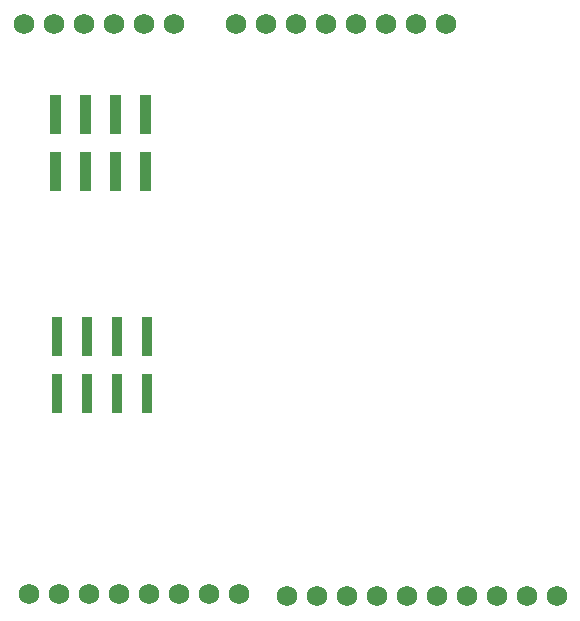
<source format=gbs>
G04 Layer: BottomSolderMaskLayer*
G04 EasyEDA v6.5.5, 2022-05-22 00:28:19*
G04 37d94133e9fb4008a465715c89777dd1,10*
G04 Gerber Generator version 0.2*
G04 Scale: 100 percent, Rotated: No, Reflected: No *
G04 Dimensions in millimeters *
G04 leading zeros omitted , absolute positions ,4 integer and 5 decimal *
%FSLAX45Y45*%
%MOMM*%

%ADD16C,1.7272*%

%LPD*%
G36*
X2169668Y4928870D02*
G01*
X2169792Y4928918D01*
X2168268Y4929172D01*
X2166744Y4929934D01*
X2165728Y4930950D01*
X2164966Y4932474D01*
X2164712Y4933998D01*
X2164588Y4933950D01*
X2164588Y5253989D01*
X2164712Y5253997D01*
X2164966Y5255521D01*
X2165728Y5257045D01*
X2166744Y5258061D01*
X2168268Y5258823D01*
X2169792Y5259070D01*
X2249677Y5259070D01*
X2249792Y5259077D01*
X2251316Y5258823D01*
X2252840Y5258061D01*
X2253856Y5257045D01*
X2254618Y5255521D01*
X2254872Y5253997D01*
X2254758Y5253989D01*
X2254758Y4933950D01*
X2254872Y4933998D01*
X2254618Y4932474D01*
X2253856Y4930950D01*
X2252840Y4929934D01*
X2251316Y4929172D01*
X2249792Y4928918D01*
X2249677Y4928870D01*
G37*
G36*
X2249792Y5408914D02*
G01*
X2249677Y5408929D01*
X2169792Y5408929D01*
X2168268Y5409168D01*
X2166744Y5409930D01*
X2165728Y5410946D01*
X2164966Y5412470D01*
X2164712Y5413994D01*
X2164588Y5414010D01*
X2164588Y5734050D01*
X2164712Y5733994D01*
X2164966Y5735518D01*
X2165728Y5737042D01*
X2166744Y5738058D01*
X2168268Y5738820D01*
X2169792Y5739074D01*
X2169668Y5739129D01*
X2249677Y5739129D01*
X2249792Y5739074D01*
X2251316Y5738820D01*
X2252840Y5738058D01*
X2253856Y5737042D01*
X2254618Y5735518D01*
X2254872Y5733994D01*
X2254758Y5734050D01*
X2254758Y5414010D01*
X2254872Y5413994D01*
X2254618Y5412470D01*
X2253856Y5410946D01*
X2252840Y5409930D01*
X2251316Y5409168D01*
G37*
G36*
X1915668Y4928870D02*
G01*
X1915792Y4928918D01*
X1914268Y4929172D01*
X1912744Y4929934D01*
X1911728Y4930950D01*
X1910966Y4932474D01*
X1910712Y4933998D01*
X1910587Y4933950D01*
X1910587Y5253989D01*
X1910712Y5253997D01*
X1910966Y5255521D01*
X1911728Y5257045D01*
X1912744Y5258061D01*
X1914268Y5258823D01*
X1915792Y5259070D01*
X1995677Y5259070D01*
X1995792Y5259077D01*
X1997316Y5258823D01*
X1998840Y5258061D01*
X1999856Y5257045D01*
X2000618Y5255521D01*
X2000872Y5253997D01*
X2000758Y5253989D01*
X2000758Y4933950D01*
X2000872Y4933998D01*
X2000618Y4932474D01*
X1999856Y4930950D01*
X1998840Y4929934D01*
X1997316Y4929172D01*
X1995792Y4928918D01*
X1995677Y4928870D01*
G37*
G36*
X1995792Y5408914D02*
G01*
X1995677Y5408929D01*
X1915792Y5408929D01*
X1914268Y5409168D01*
X1912744Y5409930D01*
X1911728Y5410946D01*
X1910966Y5412470D01*
X1910712Y5413994D01*
X1910587Y5414010D01*
X1910587Y5734050D01*
X1910712Y5733994D01*
X1910966Y5735518D01*
X1911728Y5737042D01*
X1912744Y5738058D01*
X1914268Y5738820D01*
X1915792Y5739074D01*
X1915668Y5739129D01*
X1995677Y5739129D01*
X1995792Y5739074D01*
X1997316Y5738820D01*
X1998840Y5738058D01*
X1999856Y5737042D01*
X2000618Y5735518D01*
X2000872Y5733994D01*
X2000758Y5734050D01*
X2000758Y5414010D01*
X2000872Y5413994D01*
X2000618Y5412470D01*
X1999856Y5410946D01*
X1998840Y5409930D01*
X1997316Y5409168D01*
G37*
G36*
X1661668Y4928870D02*
G01*
X1661792Y4928918D01*
X1660268Y4929172D01*
X1658744Y4929934D01*
X1657728Y4930950D01*
X1656966Y4932474D01*
X1656712Y4933998D01*
X1656587Y4933950D01*
X1656587Y5253989D01*
X1656712Y5253997D01*
X1656966Y5255521D01*
X1657728Y5257045D01*
X1658744Y5258061D01*
X1660268Y5258823D01*
X1661792Y5259070D01*
X1741678Y5259070D01*
X1741792Y5259077D01*
X1743316Y5258823D01*
X1744840Y5258061D01*
X1745856Y5257045D01*
X1746618Y5255521D01*
X1746872Y5253997D01*
X1746757Y5253989D01*
X1746757Y4933950D01*
X1746872Y4933998D01*
X1746618Y4932474D01*
X1745856Y4930950D01*
X1744840Y4929934D01*
X1743316Y4929172D01*
X1741792Y4928918D01*
X1741678Y4928870D01*
G37*
G36*
X1741792Y5408914D02*
G01*
X1741678Y5408929D01*
X1661792Y5408929D01*
X1660268Y5409168D01*
X1658744Y5409930D01*
X1657728Y5410946D01*
X1656966Y5412470D01*
X1656712Y5413994D01*
X1656587Y5414010D01*
X1656587Y5734050D01*
X1656712Y5733994D01*
X1656966Y5735518D01*
X1657728Y5737042D01*
X1658744Y5738058D01*
X1660268Y5738820D01*
X1661792Y5739074D01*
X1661668Y5739129D01*
X1741678Y5739129D01*
X1741792Y5739074D01*
X1743316Y5738820D01*
X1744840Y5738058D01*
X1745856Y5737042D01*
X1746618Y5735518D01*
X1746872Y5733994D01*
X1746757Y5734050D01*
X1746757Y5414010D01*
X1746872Y5413994D01*
X1746618Y5412470D01*
X1745856Y5410946D01*
X1744840Y5409930D01*
X1743316Y5409168D01*
G37*
G36*
X1407668Y4928870D02*
G01*
X1407792Y4928918D01*
X1406268Y4929172D01*
X1404744Y4929934D01*
X1403728Y4930950D01*
X1402966Y4932474D01*
X1402712Y4933998D01*
X1402587Y4933950D01*
X1402587Y5253989D01*
X1402712Y5253997D01*
X1402966Y5255521D01*
X1403728Y5257045D01*
X1404744Y5258061D01*
X1406268Y5258823D01*
X1407792Y5259070D01*
X1487678Y5259070D01*
X1487792Y5259077D01*
X1489316Y5258823D01*
X1490840Y5258061D01*
X1491856Y5257045D01*
X1492618Y5255521D01*
X1492872Y5253997D01*
X1492757Y5253989D01*
X1492757Y4933950D01*
X1492872Y4933998D01*
X1492618Y4932474D01*
X1491856Y4930950D01*
X1490840Y4929934D01*
X1489316Y4929172D01*
X1487792Y4928918D01*
X1487678Y4928870D01*
G37*
G36*
X1487792Y5408914D02*
G01*
X1487678Y5408929D01*
X1407792Y5408929D01*
X1406268Y5409168D01*
X1404744Y5409930D01*
X1403728Y5410946D01*
X1402966Y5412470D01*
X1402712Y5413994D01*
X1402587Y5414010D01*
X1402587Y5734050D01*
X1402712Y5733994D01*
X1402966Y5735518D01*
X1403728Y5737042D01*
X1404744Y5738058D01*
X1406268Y5738820D01*
X1407792Y5739074D01*
X1407668Y5739129D01*
X1487678Y5739129D01*
X1487792Y5739074D01*
X1489316Y5738820D01*
X1490840Y5738058D01*
X1491856Y5737042D01*
X1492618Y5735518D01*
X1492872Y5733994D01*
X1492757Y5734050D01*
X1492757Y5414010D01*
X1492872Y5413994D01*
X1492618Y5412470D01*
X1491856Y5410946D01*
X1490840Y5409930D01*
X1489316Y5409168D01*
G37*
G36*
X2182368Y3049270D02*
G01*
X2182492Y3049318D01*
X2180968Y3049572D01*
X2179444Y3050334D01*
X2178428Y3051350D01*
X2177666Y3052874D01*
X2177412Y3054398D01*
X2177288Y3054350D01*
X2177288Y3374389D01*
X2177412Y3374397D01*
X2177666Y3375921D01*
X2178428Y3377445D01*
X2179444Y3378461D01*
X2180968Y3379223D01*
X2182492Y3379470D01*
X2262377Y3379470D01*
X2262492Y3379477D01*
X2264016Y3379223D01*
X2265540Y3378461D01*
X2266556Y3377445D01*
X2267318Y3375921D01*
X2267572Y3374397D01*
X2267458Y3374389D01*
X2267458Y3054350D01*
X2267572Y3054398D01*
X2267318Y3052874D01*
X2266556Y3051350D01*
X2265540Y3050334D01*
X2264016Y3049572D01*
X2262492Y3049318D01*
X2262377Y3049270D01*
G37*
G36*
X2262492Y3529314D02*
G01*
X2262377Y3529329D01*
X2182492Y3529329D01*
X2180968Y3529568D01*
X2179444Y3530330D01*
X2178428Y3531346D01*
X2177666Y3532870D01*
X2177412Y3534394D01*
X2177288Y3534410D01*
X2177288Y3854450D01*
X2177412Y3854394D01*
X2177666Y3855918D01*
X2178428Y3857442D01*
X2179444Y3858458D01*
X2180968Y3859220D01*
X2182492Y3859474D01*
X2182368Y3859529D01*
X2262377Y3859529D01*
X2262492Y3859474D01*
X2264016Y3859220D01*
X2265540Y3858458D01*
X2266556Y3857442D01*
X2267318Y3855918D01*
X2267572Y3854394D01*
X2267458Y3854450D01*
X2267458Y3534410D01*
X2267572Y3534394D01*
X2267318Y3532870D01*
X2266556Y3531346D01*
X2265540Y3530330D01*
X2264016Y3529568D01*
G37*
G36*
X1928368Y3049270D02*
G01*
X1928492Y3049318D01*
X1926968Y3049572D01*
X1925444Y3050334D01*
X1924428Y3051350D01*
X1923666Y3052874D01*
X1923412Y3054398D01*
X1923287Y3054350D01*
X1923287Y3374389D01*
X1923412Y3374397D01*
X1923666Y3375921D01*
X1924428Y3377445D01*
X1925444Y3378461D01*
X1926968Y3379223D01*
X1928492Y3379470D01*
X2008377Y3379470D01*
X2008492Y3379477D01*
X2010016Y3379223D01*
X2011540Y3378461D01*
X2012556Y3377445D01*
X2013318Y3375921D01*
X2013572Y3374397D01*
X2013458Y3374389D01*
X2013458Y3054350D01*
X2013572Y3054398D01*
X2013318Y3052874D01*
X2012556Y3051350D01*
X2011540Y3050334D01*
X2010016Y3049572D01*
X2008492Y3049318D01*
X2008377Y3049270D01*
G37*
G36*
X2008492Y3529314D02*
G01*
X2008377Y3529329D01*
X1928492Y3529329D01*
X1926968Y3529568D01*
X1925444Y3530330D01*
X1924428Y3531346D01*
X1923666Y3532870D01*
X1923412Y3534394D01*
X1923287Y3534410D01*
X1923287Y3854450D01*
X1923412Y3854394D01*
X1923666Y3855918D01*
X1924428Y3857442D01*
X1925444Y3858458D01*
X1926968Y3859220D01*
X1928492Y3859474D01*
X1928368Y3859529D01*
X2008377Y3859529D01*
X2008492Y3859474D01*
X2010016Y3859220D01*
X2011540Y3858458D01*
X2012556Y3857442D01*
X2013318Y3855918D01*
X2013572Y3854394D01*
X2013458Y3854450D01*
X2013458Y3534410D01*
X2013572Y3534394D01*
X2013318Y3532870D01*
X2012556Y3531346D01*
X2011540Y3530330D01*
X2010016Y3529568D01*
G37*
G36*
X1674368Y3049270D02*
G01*
X1674492Y3049318D01*
X1672968Y3049572D01*
X1671444Y3050334D01*
X1670428Y3051350D01*
X1669666Y3052874D01*
X1669412Y3054398D01*
X1669287Y3054350D01*
X1669287Y3374389D01*
X1669412Y3374397D01*
X1669666Y3375921D01*
X1670428Y3377445D01*
X1671444Y3378461D01*
X1672968Y3379223D01*
X1674492Y3379470D01*
X1754378Y3379470D01*
X1754492Y3379477D01*
X1756016Y3379223D01*
X1757540Y3378461D01*
X1758556Y3377445D01*
X1759318Y3375921D01*
X1759572Y3374397D01*
X1759457Y3374389D01*
X1759457Y3054350D01*
X1759572Y3054398D01*
X1759318Y3052874D01*
X1758556Y3051350D01*
X1757540Y3050334D01*
X1756016Y3049572D01*
X1754492Y3049318D01*
X1754378Y3049270D01*
G37*
G36*
X1754492Y3529314D02*
G01*
X1754378Y3529329D01*
X1674492Y3529329D01*
X1672968Y3529568D01*
X1671444Y3530330D01*
X1670428Y3531346D01*
X1669666Y3532870D01*
X1669412Y3534394D01*
X1669287Y3534410D01*
X1669287Y3854450D01*
X1669412Y3854394D01*
X1669666Y3855918D01*
X1670428Y3857442D01*
X1671444Y3858458D01*
X1672968Y3859220D01*
X1674492Y3859474D01*
X1674368Y3859529D01*
X1754378Y3859529D01*
X1754492Y3859474D01*
X1756016Y3859220D01*
X1757540Y3858458D01*
X1758556Y3857442D01*
X1759318Y3855918D01*
X1759572Y3854394D01*
X1759457Y3854450D01*
X1759457Y3534410D01*
X1759572Y3534394D01*
X1759318Y3532870D01*
X1758556Y3531346D01*
X1757540Y3530330D01*
X1756016Y3529568D01*
G37*
G36*
X1420368Y3049270D02*
G01*
X1420492Y3049318D01*
X1418968Y3049572D01*
X1417444Y3050334D01*
X1416428Y3051350D01*
X1415666Y3052874D01*
X1415412Y3054398D01*
X1415287Y3054350D01*
X1415287Y3374389D01*
X1415412Y3374397D01*
X1415666Y3375921D01*
X1416428Y3377445D01*
X1417444Y3378461D01*
X1418968Y3379223D01*
X1420492Y3379470D01*
X1500378Y3379470D01*
X1500492Y3379477D01*
X1502016Y3379223D01*
X1503540Y3378461D01*
X1504556Y3377445D01*
X1505318Y3375921D01*
X1505572Y3374397D01*
X1505457Y3374389D01*
X1505457Y3054350D01*
X1505572Y3054398D01*
X1505318Y3052874D01*
X1504556Y3051350D01*
X1503540Y3050334D01*
X1502016Y3049572D01*
X1500492Y3049318D01*
X1500378Y3049270D01*
G37*
G36*
X1500492Y3529314D02*
G01*
X1500378Y3529329D01*
X1420492Y3529329D01*
X1418968Y3529568D01*
X1417444Y3530330D01*
X1416428Y3531346D01*
X1415666Y3532870D01*
X1415412Y3534394D01*
X1415287Y3534410D01*
X1415287Y3854450D01*
X1415412Y3854394D01*
X1415666Y3855918D01*
X1416428Y3857442D01*
X1417444Y3858458D01*
X1418968Y3859220D01*
X1420492Y3859474D01*
X1420368Y3859529D01*
X1500378Y3859529D01*
X1500492Y3859474D01*
X1502016Y3859220D01*
X1503540Y3858458D01*
X1504556Y3857442D01*
X1505318Y3855918D01*
X1505572Y3854394D01*
X1505457Y3854450D01*
X1505457Y3534410D01*
X1505572Y3534394D01*
X1505318Y3532870D01*
X1504556Y3531346D01*
X1503540Y3530330D01*
X1502016Y3529568D01*
G37*
D16*
G01*
X1181100Y6337300D03*
G01*
X1435100Y6337300D03*
G01*
X1689100Y6337300D03*
G01*
X1943100Y6337300D03*
G01*
X2197100Y6337300D03*
G01*
X2451100Y6337300D03*
G01*
X1219200Y1511300D03*
G01*
X1473200Y1511300D03*
G01*
X1727200Y1511300D03*
G01*
X1981200Y1511300D03*
G01*
X2235200Y1511300D03*
G01*
X2489200Y1511300D03*
G01*
X2743200Y1511300D03*
G01*
X2997200Y1511300D03*
G01*
X2971800Y6337300D03*
G01*
X3225800Y6337300D03*
G01*
X3479800Y6337300D03*
G01*
X3733800Y6337300D03*
G01*
X3987800Y6337300D03*
G01*
X4241800Y6337300D03*
G01*
X4495800Y6337300D03*
G01*
X4749800Y6337300D03*
G01*
X3403600Y1498600D03*
G01*
X3657600Y1498600D03*
G01*
X3911600Y1498600D03*
G01*
X4165600Y1498600D03*
G01*
X4419600Y1498600D03*
G01*
X4673600Y1498600D03*
G01*
X4927600Y1498600D03*
G01*
X5181600Y1498600D03*
G01*
X5435600Y1498600D03*
G01*
X5689600Y1498600D03*
M02*

</source>
